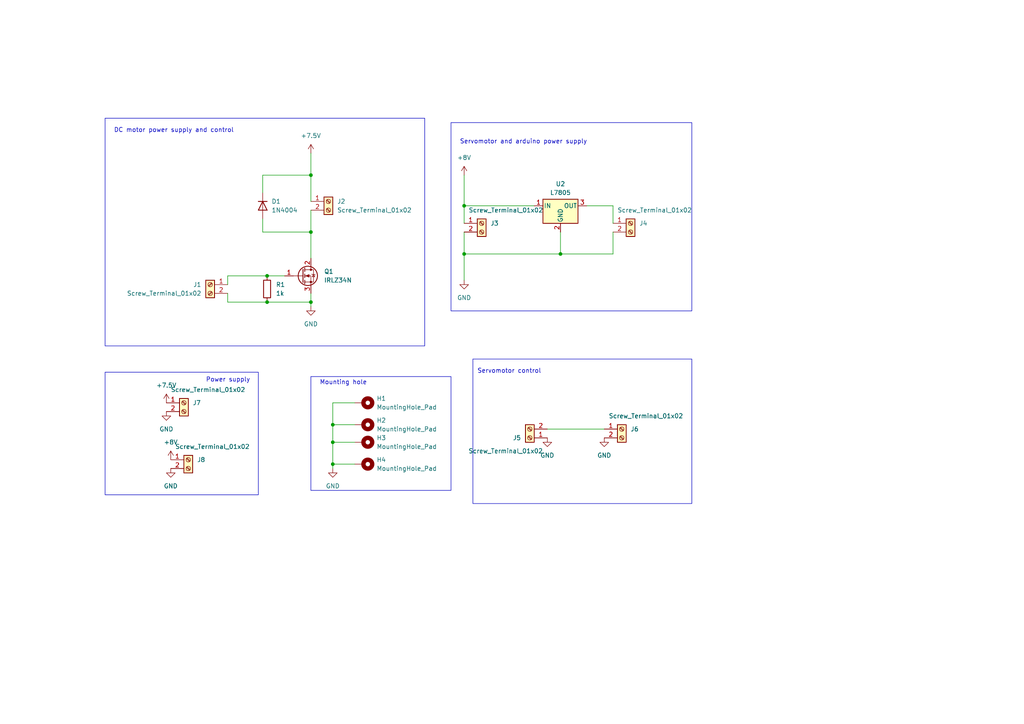
<source format=kicad_sch>
(kicad_sch (version 20230121) (generator eeschema)

  (uuid 0ceaef28-7eb6-48cc-a898-1e33809717c4)

  (paper "A4")

  (lib_symbols
    (symbol "Connector:Screw_Terminal_01x02" (pin_names (offset 1.016) hide) (in_bom yes) (on_board yes)
      (property "Reference" "J" (at 0 2.54 0)
        (effects (font (size 1.27 1.27)))
      )
      (property "Value" "Screw_Terminal_01x02" (at 0 -5.08 0)
        (effects (font (size 1.27 1.27)))
      )
      (property "Footprint" "" (at 0 0 0)
        (effects (font (size 1.27 1.27)) hide)
      )
      (property "Datasheet" "~" (at 0 0 0)
        (effects (font (size 1.27 1.27)) hide)
      )
      (property "ki_keywords" "screw terminal" (at 0 0 0)
        (effects (font (size 1.27 1.27)) hide)
      )
      (property "ki_description" "Generic screw terminal, single row, 01x02, script generated (kicad-library-utils/schlib/autogen/connector/)" (at 0 0 0)
        (effects (font (size 1.27 1.27)) hide)
      )
      (property "ki_fp_filters" "TerminalBlock*:*" (at 0 0 0)
        (effects (font (size 1.27 1.27)) hide)
      )
      (symbol "Screw_Terminal_01x02_1_1"
        (rectangle (start -1.27 1.27) (end 1.27 -3.81)
          (stroke (width 0.254) (type default))
          (fill (type background))
        )
        (circle (center 0 -2.54) (radius 0.635)
          (stroke (width 0.1524) (type default))
          (fill (type none))
        )
        (polyline
          (pts
            (xy -0.5334 -2.2098)
            (xy 0.3302 -3.048)
          )
          (stroke (width 0.1524) (type default))
          (fill (type none))
        )
        (polyline
          (pts
            (xy -0.5334 0.3302)
            (xy 0.3302 -0.508)
          )
          (stroke (width 0.1524) (type default))
          (fill (type none))
        )
        (polyline
          (pts
            (xy -0.3556 -2.032)
            (xy 0.508 -2.8702)
          )
          (stroke (width 0.1524) (type default))
          (fill (type none))
        )
        (polyline
          (pts
            (xy -0.3556 0.508)
            (xy 0.508 -0.3302)
          )
          (stroke (width 0.1524) (type default))
          (fill (type none))
        )
        (circle (center 0 0) (radius 0.635)
          (stroke (width 0.1524) (type default))
          (fill (type none))
        )
        (pin passive line (at -5.08 0 0) (length 3.81)
          (name "Pin_1" (effects (font (size 1.27 1.27))))
          (number "1" (effects (font (size 1.27 1.27))))
        )
        (pin passive line (at -5.08 -2.54 0) (length 3.81)
          (name "Pin_2" (effects (font (size 1.27 1.27))))
          (number "2" (effects (font (size 1.27 1.27))))
        )
      )
    )
    (symbol "Device:R" (pin_numbers hide) (pin_names (offset 0)) (in_bom yes) (on_board yes)
      (property "Reference" "R" (at 2.032 0 90)
        (effects (font (size 1.27 1.27)))
      )
      (property "Value" "R" (at 0 0 90)
        (effects (font (size 1.27 1.27)))
      )
      (property "Footprint" "" (at -1.778 0 90)
        (effects (font (size 1.27 1.27)) hide)
      )
      (property "Datasheet" "~" (at 0 0 0)
        (effects (font (size 1.27 1.27)) hide)
      )
      (property "ki_keywords" "R res resistor" (at 0 0 0)
        (effects (font (size 1.27 1.27)) hide)
      )
      (property "ki_description" "Resistor" (at 0 0 0)
        (effects (font (size 1.27 1.27)) hide)
      )
      (property "ki_fp_filters" "R_*" (at 0 0 0)
        (effects (font (size 1.27 1.27)) hide)
      )
      (symbol "R_0_1"
        (rectangle (start -1.016 -2.54) (end 1.016 2.54)
          (stroke (width 0.254) (type default))
          (fill (type none))
        )
      )
      (symbol "R_1_1"
        (pin passive line (at 0 3.81 270) (length 1.27)
          (name "~" (effects (font (size 1.27 1.27))))
          (number "1" (effects (font (size 1.27 1.27))))
        )
        (pin passive line (at 0 -3.81 90) (length 1.27)
          (name "~" (effects (font (size 1.27 1.27))))
          (number "2" (effects (font (size 1.27 1.27))))
        )
      )
    )
    (symbol "Diode:1N4004" (pin_numbers hide) (pin_names hide) (in_bom yes) (on_board yes)
      (property "Reference" "D" (at 0 2.54 0)
        (effects (font (size 1.27 1.27)))
      )
      (property "Value" "1N4004" (at 0 -2.54 0)
        (effects (font (size 1.27 1.27)))
      )
      (property "Footprint" "Diode_THT:D_DO-41_SOD81_P10.16mm_Horizontal" (at 0 -4.445 0)
        (effects (font (size 1.27 1.27)) hide)
      )
      (property "Datasheet" "http://www.vishay.com/docs/88503/1n4001.pdf" (at 0 0 0)
        (effects (font (size 1.27 1.27)) hide)
      )
      (property "Sim.Device" "D" (at 0 0 0)
        (effects (font (size 1.27 1.27)) hide)
      )
      (property "Sim.Pins" "1=K 2=A" (at 0 0 0)
        (effects (font (size 1.27 1.27)) hide)
      )
      (property "ki_keywords" "diode" (at 0 0 0)
        (effects (font (size 1.27 1.27)) hide)
      )
      (property "ki_description" "400V 1A General Purpose Rectifier Diode, DO-41" (at 0 0 0)
        (effects (font (size 1.27 1.27)) hide)
      )
      (property "ki_fp_filters" "D*DO?41*" (at 0 0 0)
        (effects (font (size 1.27 1.27)) hide)
      )
      (symbol "1N4004_0_1"
        (polyline
          (pts
            (xy -1.27 1.27)
            (xy -1.27 -1.27)
          )
          (stroke (width 0.254) (type default))
          (fill (type none))
        )
        (polyline
          (pts
            (xy 1.27 0)
            (xy -1.27 0)
          )
          (stroke (width 0) (type default))
          (fill (type none))
        )
        (polyline
          (pts
            (xy 1.27 1.27)
            (xy 1.27 -1.27)
            (xy -1.27 0)
            (xy 1.27 1.27)
          )
          (stroke (width 0.254) (type default))
          (fill (type none))
        )
      )
      (symbol "1N4004_1_1"
        (pin passive line (at -3.81 0 0) (length 2.54)
          (name "K" (effects (font (size 1.27 1.27))))
          (number "1" (effects (font (size 1.27 1.27))))
        )
        (pin passive line (at 3.81 0 180) (length 2.54)
          (name "A" (effects (font (size 1.27 1.27))))
          (number "2" (effects (font (size 1.27 1.27))))
        )
      )
    )
    (symbol "Mechanical:MountingHole_Pad" (pin_numbers hide) (pin_names (offset 1.016) hide) (in_bom yes) (on_board yes)
      (property "Reference" "H" (at 0 6.35 0)
        (effects (font (size 1.27 1.27)))
      )
      (property "Value" "MountingHole_Pad" (at 0 4.445 0)
        (effects (font (size 1.27 1.27)))
      )
      (property "Footprint" "" (at 0 0 0)
        (effects (font (size 1.27 1.27)) hide)
      )
      (property "Datasheet" "~" (at 0 0 0)
        (effects (font (size 1.27 1.27)) hide)
      )
      (property "ki_keywords" "mounting hole" (at 0 0 0)
        (effects (font (size 1.27 1.27)) hide)
      )
      (property "ki_description" "Mounting Hole with connection" (at 0 0 0)
        (effects (font (size 1.27 1.27)) hide)
      )
      (property "ki_fp_filters" "MountingHole*Pad*" (at 0 0 0)
        (effects (font (size 1.27 1.27)) hide)
      )
      (symbol "MountingHole_Pad_0_1"
        (circle (center 0 1.27) (radius 1.27)
          (stroke (width 1.27) (type default))
          (fill (type none))
        )
      )
      (symbol "MountingHole_Pad_1_1"
        (pin input line (at 0 -2.54 90) (length 2.54)
          (name "1" (effects (font (size 1.27 1.27))))
          (number "1" (effects (font (size 1.27 1.27))))
        )
      )
    )
    (symbol "Regulator_Linear:L7805" (pin_names (offset 0.254)) (in_bom yes) (on_board yes)
      (property "Reference" "U" (at -3.81 3.175 0)
        (effects (font (size 1.27 1.27)))
      )
      (property "Value" "L7805" (at 0 3.175 0)
        (effects (font (size 1.27 1.27)) (justify left))
      )
      (property "Footprint" "" (at 0.635 -3.81 0)
        (effects (font (size 1.27 1.27) italic) (justify left) hide)
      )
      (property "Datasheet" "http://www.st.com/content/ccc/resource/technical/document/datasheet/41/4f/b3/b0/12/d4/47/88/CD00000444.pdf/files/CD00000444.pdf/jcr:content/translations/en.CD00000444.pdf" (at 0 -1.27 0)
        (effects (font (size 1.27 1.27)) hide)
      )
      (property "ki_keywords" "Voltage Regulator 1.5A Positive" (at 0 0 0)
        (effects (font (size 1.27 1.27)) hide)
      )
      (property "ki_description" "Positive 1.5A 35V Linear Regulator, Fixed Output 5V, TO-220/TO-263/TO-252" (at 0 0 0)
        (effects (font (size 1.27 1.27)) hide)
      )
      (property "ki_fp_filters" "TO?252* TO?263* TO?220*" (at 0 0 0)
        (effects (font (size 1.27 1.27)) hide)
      )
      (symbol "L7805_0_1"
        (rectangle (start -5.08 1.905) (end 5.08 -5.08)
          (stroke (width 0.254) (type default))
          (fill (type background))
        )
      )
      (symbol "L7805_1_1"
        (pin power_in line (at -7.62 0 0) (length 2.54)
          (name "IN" (effects (font (size 1.27 1.27))))
          (number "1" (effects (font (size 1.27 1.27))))
        )
        (pin power_in line (at 0 -7.62 90) (length 2.54)
          (name "GND" (effects (font (size 1.27 1.27))))
          (number "2" (effects (font (size 1.27 1.27))))
        )
        (pin power_out line (at 7.62 0 180) (length 2.54)
          (name "OUT" (effects (font (size 1.27 1.27))))
          (number "3" (effects (font (size 1.27 1.27))))
        )
      )
    )
    (symbol "Transistor_FET:IRLZ34N" (pin_names hide) (in_bom yes) (on_board yes)
      (property "Reference" "Q" (at 6.35 1.905 0)
        (effects (font (size 1.27 1.27)) (justify left))
      )
      (property "Value" "IRLZ34N" (at 6.35 0 0)
        (effects (font (size 1.27 1.27)) (justify left))
      )
      (property "Footprint" "Package_TO_SOT_THT:TO-220-3_Vertical" (at 6.35 -1.905 0)
        (effects (font (size 1.27 1.27) italic) (justify left) hide)
      )
      (property "Datasheet" "http://www.infineon.com/dgdl/irlz34npbf.pdf?fileId=5546d462533600a40153567206892720" (at 0 0 0)
        (effects (font (size 1.27 1.27)) (justify left) hide)
      )
      (property "ki_keywords" "N-Channel HEXFET MOSFET Logic-Level" (at 0 0 0)
        (effects (font (size 1.27 1.27)) hide)
      )
      (property "ki_description" "30A Id, 55V Vds, 35mOhm Rds, N-Channel HEXFET Power MOSFET, TO-220AB" (at 0 0 0)
        (effects (font (size 1.27 1.27)) hide)
      )
      (property "ki_fp_filters" "TO?220*" (at 0 0 0)
        (effects (font (size 1.27 1.27)) hide)
      )
      (symbol "IRLZ34N_0_1"
        (polyline
          (pts
            (xy 0.254 0)
            (xy -2.54 0)
          )
          (stroke (width 0) (type default))
          (fill (type none))
        )
        (polyline
          (pts
            (xy 0.254 1.905)
            (xy 0.254 -1.905)
          )
          (stroke (width 0.254) (type default))
          (fill (type none))
        )
        (polyline
          (pts
            (xy 0.762 -1.27)
            (xy 0.762 -2.286)
          )
          (stroke (width 0.254) (type default))
          (fill (type none))
        )
        (polyline
          (pts
            (xy 0.762 0.508)
            (xy 0.762 -0.508)
          )
          (stroke (width 0.254) (type default))
          (fill (type none))
        )
        (polyline
          (pts
            (xy 0.762 2.286)
            (xy 0.762 1.27)
          )
          (stroke (width 0.254) (type default))
          (fill (type none))
        )
        (polyline
          (pts
            (xy 2.54 2.54)
            (xy 2.54 1.778)
          )
          (stroke (width 0) (type default))
          (fill (type none))
        )
        (polyline
          (pts
            (xy 2.54 -2.54)
            (xy 2.54 0)
            (xy 0.762 0)
          )
          (stroke (width 0) (type default))
          (fill (type none))
        )
        (polyline
          (pts
            (xy 0.762 -1.778)
            (xy 3.302 -1.778)
            (xy 3.302 1.778)
            (xy 0.762 1.778)
          )
          (stroke (width 0) (type default))
          (fill (type none))
        )
        (polyline
          (pts
            (xy 1.016 0)
            (xy 2.032 0.381)
            (xy 2.032 -0.381)
            (xy 1.016 0)
          )
          (stroke (width 0) (type default))
          (fill (type outline))
        )
        (polyline
          (pts
            (xy 2.794 0.508)
            (xy 2.921 0.381)
            (xy 3.683 0.381)
            (xy 3.81 0.254)
          )
          (stroke (width 0) (type default))
          (fill (type none))
        )
        (polyline
          (pts
            (xy 3.302 0.381)
            (xy 2.921 -0.254)
            (xy 3.683 -0.254)
            (xy 3.302 0.381)
          )
          (stroke (width 0) (type default))
          (fill (type none))
        )
        (circle (center 1.651 0) (radius 2.794)
          (stroke (width 0.254) (type default))
          (fill (type none))
        )
        (circle (center 2.54 -1.778) (radius 0.254)
          (stroke (width 0) (type default))
          (fill (type outline))
        )
        (circle (center 2.54 1.778) (radius 0.254)
          (stroke (width 0) (type default))
          (fill (type outline))
        )
      )
      (symbol "IRLZ34N_1_1"
        (pin input line (at -5.08 0 0) (length 2.54)
          (name "G" (effects (font (size 1.27 1.27))))
          (number "1" (effects (font (size 1.27 1.27))))
        )
        (pin passive line (at 2.54 5.08 270) (length 2.54)
          (name "D" (effects (font (size 1.27 1.27))))
          (number "2" (effects (font (size 1.27 1.27))))
        )
        (pin passive line (at 2.54 -5.08 90) (length 2.54)
          (name "S" (effects (font (size 1.27 1.27))))
          (number "3" (effects (font (size 1.27 1.27))))
        )
      )
    )
    (symbol "power:+7.5V" (power) (pin_names (offset 0)) (in_bom yes) (on_board yes)
      (property "Reference" "#PWR" (at 0 -3.81 0)
        (effects (font (size 1.27 1.27)) hide)
      )
      (property "Value" "+7.5V" (at 0 3.556 0)
        (effects (font (size 1.27 1.27)))
      )
      (property "Footprint" "" (at 0 0 0)
        (effects (font (size 1.27 1.27)) hide)
      )
      (property "Datasheet" "" (at 0 0 0)
        (effects (font (size 1.27 1.27)) hide)
      )
      (property "ki_keywords" "global power" (at 0 0 0)
        (effects (font (size 1.27 1.27)) hide)
      )
      (property "ki_description" "Power symbol creates a global label with name \"+7.5V\"" (at 0 0 0)
        (effects (font (size 1.27 1.27)) hide)
      )
      (symbol "+7.5V_0_1"
        (polyline
          (pts
            (xy -0.762 1.27)
            (xy 0 2.54)
          )
          (stroke (width 0) (type default))
          (fill (type none))
        )
        (polyline
          (pts
            (xy 0 0)
            (xy 0 2.54)
          )
          (stroke (width 0) (type default))
          (fill (type none))
        )
        (polyline
          (pts
            (xy 0 2.54)
            (xy 0.762 1.27)
          )
          (stroke (width 0) (type default))
          (fill (type none))
        )
      )
      (symbol "+7.5V_1_1"
        (pin power_in line (at 0 0 90) (length 0) hide
          (name "+7.5V" (effects (font (size 1.27 1.27))))
          (number "1" (effects (font (size 1.27 1.27))))
        )
      )
    )
    (symbol "power:+8V" (power) (pin_names (offset 0)) (in_bom yes) (on_board yes)
      (property "Reference" "#PWR" (at 0 -3.81 0)
        (effects (font (size 1.27 1.27)) hide)
      )
      (property "Value" "+8V" (at 0 3.556 0)
        (effects (font (size 1.27 1.27)))
      )
      (property "Footprint" "" (at 0 0 0)
        (effects (font (size 1.27 1.27)) hide)
      )
      (property "Datasheet" "" (at 0 0 0)
        (effects (font (size 1.27 1.27)) hide)
      )
      (property "ki_keywords" "global power" (at 0 0 0)
        (effects (font (size 1.27 1.27)) hide)
      )
      (property "ki_description" "Power symbol creates a global label with name \"+8V\"" (at 0 0 0)
        (effects (font (size 1.27 1.27)) hide)
      )
      (symbol "+8V_0_1"
        (polyline
          (pts
            (xy -0.762 1.27)
            (xy 0 2.54)
          )
          (stroke (width 0) (type default))
          (fill (type none))
        )
        (polyline
          (pts
            (xy 0 0)
            (xy 0 2.54)
          )
          (stroke (width 0) (type default))
          (fill (type none))
        )
        (polyline
          (pts
            (xy 0 2.54)
            (xy 0.762 1.27)
          )
          (stroke (width 0) (type default))
          (fill (type none))
        )
      )
      (symbol "+8V_1_1"
        (pin power_in line (at 0 0 90) (length 0) hide
          (name "+8V" (effects (font (size 1.27 1.27))))
          (number "1" (effects (font (size 1.27 1.27))))
        )
      )
    )
    (symbol "power:GND" (power) (pin_names (offset 0)) (in_bom yes) (on_board yes)
      (property "Reference" "#PWR" (at 0 -6.35 0)
        (effects (font (size 1.27 1.27)) hide)
      )
      (property "Value" "GND" (at 0 -3.81 0)
        (effects (font (size 1.27 1.27)))
      )
      (property "Footprint" "" (at 0 0 0)
        (effects (font (size 1.27 1.27)) hide)
      )
      (property "Datasheet" "" (at 0 0 0)
        (effects (font (size 1.27 1.27)) hide)
      )
      (property "ki_keywords" "global power" (at 0 0 0)
        (effects (font (size 1.27 1.27)) hide)
      )
      (property "ki_description" "Power symbol creates a global label with name \"GND\" , ground" (at 0 0 0)
        (effects (font (size 1.27 1.27)) hide)
      )
      (symbol "GND_0_1"
        (polyline
          (pts
            (xy 0 0)
            (xy 0 -1.27)
            (xy 1.27 -1.27)
            (xy 0 -2.54)
            (xy -1.27 -1.27)
            (xy 0 -1.27)
          )
          (stroke (width 0) (type default))
          (fill (type none))
        )
      )
      (symbol "GND_1_1"
        (pin power_in line (at 0 0 270) (length 0) hide
          (name "GND" (effects (font (size 1.27 1.27))))
          (number "1" (effects (font (size 1.27 1.27))))
        )
      )
    )
  )

  (junction (at 90.17 67.31) (diameter 0) (color 0 0 0 0)
    (uuid 01b34426-2000-40f9-984e-f6b6c48f5774)
  )
  (junction (at 96.52 134.62) (diameter 0) (color 0 0 0 0)
    (uuid 22ab515e-a528-4923-8b7d-699a8e406e75)
  )
  (junction (at 77.47 80.01) (diameter 0) (color 0 0 0 0)
    (uuid 39be5481-25e7-48b9-890f-824221a37613)
  )
  (junction (at 90.17 87.63) (diameter 0) (color 0 0 0 0)
    (uuid 3d268894-2b69-4a68-9ca9-2892205823b1)
  )
  (junction (at 134.62 59.69) (diameter 0) (color 0 0 0 0)
    (uuid 6fa45762-2288-4ed7-8948-c19f8f7886bc)
  )
  (junction (at 77.47 87.63) (diameter 0) (color 0 0 0 0)
    (uuid 8c256a89-76e5-46e4-ab0a-ef5e29e5ca18)
  )
  (junction (at 90.17 50.8) (diameter 0) (color 0 0 0 0)
    (uuid 98dd5f38-f49d-44c9-a6a1-db87489a94dc)
  )
  (junction (at 134.62 73.66) (diameter 0) (color 0 0 0 0)
    (uuid b503d0f8-2ea3-457a-af1c-bcae9d799a2d)
  )
  (junction (at 96.52 123.19) (diameter 0) (color 0 0 0 0)
    (uuid c32a6608-517d-41b1-bd2d-beda9c6d00ea)
  )
  (junction (at 162.56 73.66) (diameter 0) (color 0 0 0 0)
    (uuid c5269283-16d0-4500-bda5-b4e9f947c332)
  )
  (junction (at 96.52 128.27) (diameter 0) (color 0 0 0 0)
    (uuid cad90400-7f45-4976-abd2-e7a827c9e4c6)
  )

  (wire (pts (xy 77.47 87.63) (xy 90.17 87.63))
    (stroke (width 0) (type default))
    (uuid 08091882-f3db-4b14-9d6d-38c79d5ee847)
  )
  (wire (pts (xy 170.18 59.69) (xy 177.8 59.69))
    (stroke (width 0) (type default))
    (uuid 29e82139-2997-41a3-8a6e-73effc16d029)
  )
  (wire (pts (xy 134.62 50.8) (xy 134.62 59.69))
    (stroke (width 0) (type default))
    (uuid 2ac54702-fe19-4a50-b85e-9ac8183d79de)
  )
  (wire (pts (xy 102.87 128.27) (xy 96.52 128.27))
    (stroke (width 0) (type default))
    (uuid 2b676ef0-3e9a-443c-a6f9-74b3e7c93faf)
  )
  (wire (pts (xy 96.52 116.84) (xy 96.52 123.19))
    (stroke (width 0) (type default))
    (uuid 3150fd92-e05d-4dd0-a365-b17a3c65ae61)
  )
  (wire (pts (xy 77.47 80.01) (xy 82.55 80.01))
    (stroke (width 0) (type default))
    (uuid 34696d7a-68d5-4a2a-add8-d57082966ae7)
  )
  (wire (pts (xy 66.04 87.63) (xy 66.04 85.09))
    (stroke (width 0) (type default))
    (uuid 44a88baf-0c50-42c4-aad4-a6c59c485e47)
  )
  (wire (pts (xy 90.17 44.45) (xy 90.17 50.8))
    (stroke (width 0) (type default))
    (uuid 45c31057-88b1-46a2-82cf-f3ef6e5f773e)
  )
  (wire (pts (xy 66.04 82.55) (xy 66.04 80.01))
    (stroke (width 0) (type default))
    (uuid 4de89bff-4f09-4483-8bdb-0ae6d8cc1063)
  )
  (wire (pts (xy 76.2 50.8) (xy 76.2 55.88))
    (stroke (width 0) (type default))
    (uuid 5da8797a-e318-4070-99db-0968c93eb302)
  )
  (wire (pts (xy 162.56 67.31) (xy 162.56 73.66))
    (stroke (width 0) (type default))
    (uuid 692bac5c-b9ed-4f31-b180-e2c25a6cab70)
  )
  (wire (pts (xy 76.2 67.31) (xy 90.17 67.31))
    (stroke (width 0) (type default))
    (uuid 746f9cf9-85d8-4590-b2ef-7adb45808268)
  )
  (wire (pts (xy 66.04 80.01) (xy 77.47 80.01))
    (stroke (width 0) (type default))
    (uuid 7f2292a6-cb9c-4e0e-87c4-4343f71f8df8)
  )
  (wire (pts (xy 102.87 116.84) (xy 96.52 116.84))
    (stroke (width 0) (type default))
    (uuid 80ecddd7-28a0-4472-bb52-493a40172f53)
  )
  (wire (pts (xy 90.17 87.63) (xy 90.17 85.09))
    (stroke (width 0) (type default))
    (uuid 81c33dab-ee68-436f-9428-5ea1dfa31f3c)
  )
  (wire (pts (xy 102.87 123.19) (xy 96.52 123.19))
    (stroke (width 0) (type default))
    (uuid 8946353c-5e4e-45ec-bec6-9447d822aadc)
  )
  (wire (pts (xy 96.52 134.62) (xy 102.87 134.62))
    (stroke (width 0) (type default))
    (uuid 8f084cee-514c-4c0f-a40b-b760d823697a)
  )
  (wire (pts (xy 177.8 67.31) (xy 177.8 73.66))
    (stroke (width 0) (type default))
    (uuid 9e1ace4b-8d7b-4a7c-8bbd-21ff31a160a8)
  )
  (wire (pts (xy 90.17 60.96) (xy 90.17 67.31))
    (stroke (width 0) (type default))
    (uuid 9eb6187e-e20f-4de4-9f19-5ac3cc103b1f)
  )
  (wire (pts (xy 96.52 134.62) (xy 96.52 135.89))
    (stroke (width 0) (type default))
    (uuid a2ce86a8-0b38-499c-8bea-d42491a243e3)
  )
  (wire (pts (xy 134.62 73.66) (xy 134.62 67.31))
    (stroke (width 0) (type default))
    (uuid a45e5845-15d2-4b2b-bda6-b13425c68cfa)
  )
  (wire (pts (xy 76.2 63.5) (xy 76.2 67.31))
    (stroke (width 0) (type default))
    (uuid a6118528-5459-467b-ae26-fa456e3237ed)
  )
  (wire (pts (xy 134.62 59.69) (xy 154.94 59.69))
    (stroke (width 0) (type default))
    (uuid a723a24f-3d05-419e-82fd-63b5846f2ece)
  )
  (wire (pts (xy 90.17 87.63) (xy 90.17 88.9))
    (stroke (width 0) (type default))
    (uuid ae0e971f-a06e-4af8-b5fd-db8bc10e8430)
  )
  (wire (pts (xy 177.8 59.69) (xy 177.8 64.77))
    (stroke (width 0) (type default))
    (uuid b4e8db80-eddd-4282-8bb1-7a7ce23ac4c5)
  )
  (wire (pts (xy 134.62 59.69) (xy 134.62 64.77))
    (stroke (width 0) (type default))
    (uuid bda732bf-a23a-45c6-a506-35333604feb0)
  )
  (wire (pts (xy 158.75 124.46) (xy 175.26 124.46))
    (stroke (width 0) (type default))
    (uuid bf9ecfcd-9194-43f9-8da4-495072fa0349)
  )
  (wire (pts (xy 96.52 123.19) (xy 96.52 128.27))
    (stroke (width 0) (type default))
    (uuid c3e74585-5a7d-4f66-aa28-063809205582)
  )
  (wire (pts (xy 134.62 73.66) (xy 162.56 73.66))
    (stroke (width 0) (type default))
    (uuid d471d095-8fa3-4bb8-8adb-1ac968408a0d)
  )
  (wire (pts (xy 66.04 87.63) (xy 77.47 87.63))
    (stroke (width 0) (type default))
    (uuid dbe8feaf-1bb3-4ec7-aa8b-d1d28b5c9978)
  )
  (wire (pts (xy 177.8 73.66) (xy 162.56 73.66))
    (stroke (width 0) (type default))
    (uuid dcc217de-7402-4c5c-903a-51578a5fdd4b)
  )
  (wire (pts (xy 134.62 73.66) (xy 134.62 81.28))
    (stroke (width 0) (type default))
    (uuid edb3cdfd-3383-48c8-b2cf-059708fba9d0)
  )
  (wire (pts (xy 90.17 50.8) (xy 90.17 58.42))
    (stroke (width 0) (type default))
    (uuid f616a70d-63ea-497c-ab9f-b345c991fc14)
  )
  (wire (pts (xy 90.17 50.8) (xy 76.2 50.8))
    (stroke (width 0) (type default))
    (uuid f8cd4559-df90-404d-b6ca-8a3398d40e3e)
  )
  (wire (pts (xy 96.52 128.27) (xy 96.52 134.62))
    (stroke (width 0) (type default))
    (uuid fcdfc7f8-ca48-49ab-b93e-88287621a0e1)
  )
  (wire (pts (xy 90.17 67.31) (xy 90.17 74.93))
    (stroke (width 0) (type default))
    (uuid fdfb0819-86ce-410a-a5a7-8fca65466413)
  )

  (rectangle (start 137.16 104.14) (end 200.66 146.05)
    (stroke (width 0) (type default))
    (fill (type none))
    (uuid 07e2532f-d28b-4b21-938d-8504ab81ccc8)
  )
  (rectangle (start 90.17 109.22) (end 130.81 142.24)
    (stroke (width 0) (type default))
    (fill (type none))
    (uuid 7237296f-f7c4-40af-bc8a-6e06fdb8eedc)
  )
  (rectangle (start 130.81 35.56) (end 200.66 90.17)
    (stroke (width 0) (type default))
    (fill (type none))
    (uuid 79da8350-5c01-44cb-84f7-0407a68d0ae1)
  )
  (rectangle (start 30.48 34.29) (end 123.19 100.33)
    (stroke (width 0) (type default))
    (fill (type none))
    (uuid 9b724ebd-50c4-42d0-8c68-e8b5135dd324)
  )
  (rectangle (start 30.48 107.95) (end 74.93 143.51)
    (stroke (width 0) (type default))
    (fill (type none))
    (uuid b8b03306-e64f-49d8-822b-932f94fdb016)
  )

  (text "Servomotor control\n\n" (at 138.43 110.49 0)
    (effects (font (size 1.27 1.27)) (justify left bottom))
    (uuid 0499a62b-7038-4ccd-9e9e-f73289145fbd)
  )
  (text "DC motor power supply and control \n " (at 33.02 40.64 0)
    (effects (font (size 1.27 1.27)) (justify left bottom))
    (uuid 4140104f-63d6-4588-a450-32c7144d6608)
  )
  (text "Power supply\n\n" (at 59.69 113.03 0)
    (effects (font (size 1.27 1.27)) (justify left bottom))
    (uuid 56ef9f7c-5803-4e2a-a787-61419a0f9515)
  )
  (text "Mounting hole" (at 92.71 111.76 0)
    (effects (font (size 1.27 1.27)) (justify left bottom))
    (uuid c3717de3-1bfb-4653-89c8-c75067ad4b63)
  )
  (text "Servomotor and arduino power supply\n" (at 133.35 41.91 0)
    (effects (font (size 1.27 1.27)) (justify left bottom))
    (uuid d3ac9684-02ef-4dc9-9d66-e55e3549151d)
  )

  (symbol (lib_id "Mechanical:MountingHole_Pad") (at 105.41 128.27 270) (unit 1)
    (in_bom yes) (on_board yes) (dnp no) (fields_autoplaced)
    (uuid 1afc880f-5333-4173-9bca-e65cb8441917)
    (property "Reference" "H3" (at 109.22 127 90)
      (effects (font (size 1.27 1.27)) (justify left))
    )
    (property "Value" "MountingHole_Pad" (at 109.22 129.54 90)
      (effects (font (size 1.27 1.27)) (justify left))
    )
    (property "Footprint" "MountingHole:MountingHole_3.2mm_M3_DIN965_Pad" (at 105.41 128.27 0)
      (effects (font (size 1.27 1.27)) hide)
    )
    (property "Datasheet" "~" (at 105.41 128.27 0)
      (effects (font (size 1.27 1.27)) hide)
    )
    (pin "1" (uuid e43a1414-89b1-4eb2-a107-634651f637b5))
    (instances
      (project "PCBAdas"
        (path "/0ceaef28-7eb6-48cc-a898-1e33809717c4"
          (reference "H3") (unit 1)
        )
      )
    )
  )

  (symbol (lib_id "power:GND") (at 49.53 135.89 0) (unit 1)
    (in_bom yes) (on_board yes) (dnp no) (fields_autoplaced)
    (uuid 1d08e84e-c8af-42c4-ba62-19454f17a3b3)
    (property "Reference" "#PWR06" (at 49.53 142.24 0)
      (effects (font (size 1.27 1.27)) hide)
    )
    (property "Value" "GND" (at 49.53 140.97 0)
      (effects (font (size 1.27 1.27)))
    )
    (property "Footprint" "" (at 49.53 135.89 0)
      (effects (font (size 1.27 1.27)) hide)
    )
    (property "Datasheet" "" (at 49.53 135.89 0)
      (effects (font (size 1.27 1.27)) hide)
    )
    (pin "1" (uuid df4422cd-48f4-4e46-87e5-47015a5fb04c))
    (instances
      (project "PCBAdas"
        (path "/0ceaef28-7eb6-48cc-a898-1e33809717c4"
          (reference "#PWR06") (unit 1)
        )
      )
    )
  )

  (symbol (lib_id "power:+8V") (at 134.62 50.8 0) (unit 1)
    (in_bom yes) (on_board yes) (dnp no) (fields_autoplaced)
    (uuid 2fd3d757-624d-4da7-8f29-5cac83ea3a39)
    (property "Reference" "#PWR03" (at 134.62 54.61 0)
      (effects (font (size 1.27 1.27)) hide)
    )
    (property "Value" "+8V" (at 134.62 45.72 0)
      (effects (font (size 1.27 1.27)))
    )
    (property "Footprint" "" (at 134.62 50.8 0)
      (effects (font (size 1.27 1.27)) hide)
    )
    (property "Datasheet" "" (at 134.62 50.8 0)
      (effects (font (size 1.27 1.27)) hide)
    )
    (pin "1" (uuid ec0c2973-b671-4124-bf60-962fc0e972f0))
    (instances
      (project "PCBAdas"
        (path "/0ceaef28-7eb6-48cc-a898-1e33809717c4"
          (reference "#PWR03") (unit 1)
        )
      )
    )
  )

  (symbol (lib_id "Connector:Screw_Terminal_01x02") (at 139.7 64.77 0) (unit 1)
    (in_bom yes) (on_board yes) (dnp no)
    (uuid 3712f4d0-c3b9-45d5-a600-15e91e60f7f7)
    (property "Reference" "J3" (at 142.24 64.77 0)
      (effects (font (size 1.27 1.27)) (justify left))
    )
    (property "Value" "Screw_Terminal_01x02" (at 135.89 60.96 0)
      (effects (font (size 1.27 1.27)) (justify left))
    )
    (property "Footprint" "Terminal_Block_Screw:CONN_TB002-500-02BE_CUD" (at 139.7 64.77 0)
      (effects (font (size 1.27 1.27)) hide)
    )
    (property "Datasheet" "~" (at 139.7 64.77 0)
      (effects (font (size 1.27 1.27)) hide)
    )
    (pin "1" (uuid c5926b1f-c6be-4b2d-90c4-cb7b95a93e85))
    (pin "2" (uuid d008d201-efed-4c39-b107-482c2a4b5d8c))
    (instances
      (project "PCBAdas"
        (path "/0ceaef28-7eb6-48cc-a898-1e33809717c4"
          (reference "J3") (unit 1)
        )
      )
    )
  )

  (symbol (lib_id "Connector:Screw_Terminal_01x02") (at 53.34 116.84 0) (unit 1)
    (in_bom yes) (on_board yes) (dnp no)
    (uuid 4ade64fa-3660-462a-9058-d787f0ab77b6)
    (property "Reference" "J7" (at 55.88 116.84 0)
      (effects (font (size 1.27 1.27)) (justify left))
    )
    (property "Value" "Screw_Terminal_01x02" (at 49.53 113.03 0)
      (effects (font (size 1.27 1.27)) (justify left))
    )
    (property "Footprint" "Terminal_Block_Screw:CONN_TB002-500-02BE_CUD" (at 53.34 116.84 0)
      (effects (font (size 1.27 1.27)) hide)
    )
    (property "Datasheet" "~" (at 53.34 116.84 0)
      (effects (font (size 1.27 1.27)) hide)
    )
    (pin "1" (uuid 75f9cc5a-2daf-44d1-8fb2-05b1fa838b6e))
    (pin "2" (uuid 12ede737-3972-4160-b12c-5342d5b296b0))
    (instances
      (project "PCBAdas"
        (path "/0ceaef28-7eb6-48cc-a898-1e33809717c4"
          (reference "J7") (unit 1)
        )
      )
    )
  )

  (symbol (lib_id "Connector:Screw_Terminal_01x02") (at 54.61 133.35 0) (unit 1)
    (in_bom yes) (on_board yes) (dnp no)
    (uuid 4c526ed6-05ba-4757-8ecf-ffa89b897b4a)
    (property "Reference" "J8" (at 57.15 133.35 0)
      (effects (font (size 1.27 1.27)) (justify left))
    )
    (property "Value" "Screw_Terminal_01x02" (at 50.8 129.54 0)
      (effects (font (size 1.27 1.27)) (justify left))
    )
    (property "Footprint" "Terminal_Block_Screw:CONN_TB002-500-02BE_CUD" (at 54.61 133.35 0)
      (effects (font (size 1.27 1.27)) hide)
    )
    (property "Datasheet" "~" (at 54.61 133.35 0)
      (effects (font (size 1.27 1.27)) hide)
    )
    (pin "1" (uuid c24f5c59-9919-47f1-bc46-b8cc524a263b))
    (pin "2" (uuid a3da0e02-c53f-4daf-a2c7-e90b7922c87c))
    (instances
      (project "PCBAdas"
        (path "/0ceaef28-7eb6-48cc-a898-1e33809717c4"
          (reference "J8") (unit 1)
        )
      )
    )
  )

  (symbol (lib_id "Connector:Screw_Terminal_01x02") (at 95.25 58.42 0) (unit 1)
    (in_bom yes) (on_board yes) (dnp no) (fields_autoplaced)
    (uuid 4d0a8a5e-c5ea-42e4-af00-6e4653de0847)
    (property "Reference" "J2" (at 97.79 58.42 0)
      (effects (font (size 1.27 1.27)) (justify left))
    )
    (property "Value" "Screw_Terminal_01x02" (at 97.79 60.96 0)
      (effects (font (size 1.27 1.27)) (justify left))
    )
    (property "Footprint" "Terminal_Block_Screw:CONN_TB002-500-02BE_CUD" (at 95.25 58.42 0)
      (effects (font (size 1.27 1.27)) hide)
    )
    (property "Datasheet" "~" (at 95.25 58.42 0)
      (effects (font (size 1.27 1.27)) hide)
    )
    (pin "1" (uuid 9baf5b48-a18f-48bb-bf17-37436b287e84))
    (pin "2" (uuid 316c847a-6634-4883-bb06-4e59a109f24f))
    (instances
      (project "PCBAdas"
        (path "/0ceaef28-7eb6-48cc-a898-1e33809717c4"
          (reference "J2") (unit 1)
        )
      )
    )
  )

  (symbol (lib_id "power:+7.5V") (at 48.26 116.84 0) (unit 1)
    (in_bom yes) (on_board yes) (dnp no) (fields_autoplaced)
    (uuid 55312979-a3e4-464c-8487-4abb1729cd37)
    (property "Reference" "#PWR07" (at 48.26 120.65 0)
      (effects (font (size 1.27 1.27)) hide)
    )
    (property "Value" "+7.5V" (at 48.26 111.76 0)
      (effects (font (size 1.27 1.27)))
    )
    (property "Footprint" "" (at 48.26 116.84 0)
      (effects (font (size 1.27 1.27)) hide)
    )
    (property "Datasheet" "" (at 48.26 116.84 0)
      (effects (font (size 1.27 1.27)) hide)
    )
    (pin "1" (uuid 159f8e54-e6a0-4b05-bf77-5db5d4160859))
    (instances
      (project "PCBAdas"
        (path "/0ceaef28-7eb6-48cc-a898-1e33809717c4"
          (reference "#PWR07") (unit 1)
        )
      )
    )
  )

  (symbol (lib_id "Mechanical:MountingHole_Pad") (at 105.41 123.19 270) (unit 1)
    (in_bom yes) (on_board yes) (dnp no) (fields_autoplaced)
    (uuid 556bdecb-1acf-45f3-ac80-b7c50e6d684e)
    (property "Reference" "H2" (at 109.22 121.92 90)
      (effects (font (size 1.27 1.27)) (justify left))
    )
    (property "Value" "MountingHole_Pad" (at 109.22 124.46 90)
      (effects (font (size 1.27 1.27)) (justify left))
    )
    (property "Footprint" "MountingHole:MountingHole_3.2mm_M3_DIN965_Pad" (at 105.41 123.19 0)
      (effects (font (size 1.27 1.27)) hide)
    )
    (property "Datasheet" "~" (at 105.41 123.19 0)
      (effects (font (size 1.27 1.27)) hide)
    )
    (pin "1" (uuid 87b7b070-31df-435c-9e96-ba0d716a8d06))
    (instances
      (project "PCBAdas"
        (path "/0ceaef28-7eb6-48cc-a898-1e33809717c4"
          (reference "H2") (unit 1)
        )
      )
    )
  )

  (symbol (lib_id "power:GND") (at 48.26 119.38 0) (unit 1)
    (in_bom yes) (on_board yes) (dnp no) (fields_autoplaced)
    (uuid 587338aa-087e-4670-a587-90d8be1d768a)
    (property "Reference" "#PWR05" (at 48.26 125.73 0)
      (effects (font (size 1.27 1.27)) hide)
    )
    (property "Value" "GND" (at 48.26 124.46 0)
      (effects (font (size 1.27 1.27)))
    )
    (property "Footprint" "" (at 48.26 119.38 0)
      (effects (font (size 1.27 1.27)) hide)
    )
    (property "Datasheet" "" (at 48.26 119.38 0)
      (effects (font (size 1.27 1.27)) hide)
    )
    (pin "1" (uuid a847d97d-9e4a-418d-bdb3-c2924f80f263))
    (instances
      (project "PCBAdas"
        (path "/0ceaef28-7eb6-48cc-a898-1e33809717c4"
          (reference "#PWR05") (unit 1)
        )
      )
    )
  )

  (symbol (lib_id "power:GND") (at 175.26 127 0) (unit 1)
    (in_bom yes) (on_board yes) (dnp no) (fields_autoplaced)
    (uuid 5f571050-4a2a-4188-8d0e-efeef397ceb2)
    (property "Reference" "#PWR011" (at 175.26 133.35 0)
      (effects (font (size 1.27 1.27)) hide)
    )
    (property "Value" "GND" (at 175.26 132.08 0)
      (effects (font (size 1.27 1.27)))
    )
    (property "Footprint" "" (at 175.26 127 0)
      (effects (font (size 1.27 1.27)) hide)
    )
    (property "Datasheet" "" (at 175.26 127 0)
      (effects (font (size 1.27 1.27)) hide)
    )
    (pin "1" (uuid 88dc12aa-1f06-46c5-a371-abbeadfd65f5))
    (instances
      (project "PCBAdas"
        (path "/0ceaef28-7eb6-48cc-a898-1e33809717c4"
          (reference "#PWR011") (unit 1)
        )
      )
    )
  )

  (symbol (lib_id "Connector:Screw_Terminal_01x02") (at 153.67 127 180) (unit 1)
    (in_bom yes) (on_board yes) (dnp no)
    (uuid 6141b9d9-9c3f-42c8-ab77-6bc8f604fa79)
    (property "Reference" "J5" (at 151.13 127 0)
      (effects (font (size 1.27 1.27)) (justify left))
    )
    (property "Value" "Screw_Terminal_01x02" (at 157.48 130.81 0)
      (effects (font (size 1.27 1.27)) (justify left))
    )
    (property "Footprint" "Terminal_Block_Screw:CONN_TB002-500-02BE_CUD" (at 153.67 127 0)
      (effects (font (size 1.27 1.27)) hide)
    )
    (property "Datasheet" "~" (at 153.67 127 0)
      (effects (font (size 1.27 1.27)) hide)
    )
    (pin "1" (uuid f0adee24-70f5-4f0b-972b-ad72d3cc6a34))
    (pin "2" (uuid 0963a05f-ec28-47b1-89a6-40a9b499ae5c))
    (instances
      (project "PCBAdas"
        (path "/0ceaef28-7eb6-48cc-a898-1e33809717c4"
          (reference "J5") (unit 1)
        )
      )
    )
  )

  (symbol (lib_id "Connector:Screw_Terminal_01x02") (at 180.34 124.46 0) (unit 1)
    (in_bom yes) (on_board yes) (dnp no)
    (uuid 687d149c-ea32-428d-97ee-637add5da750)
    (property "Reference" "J6" (at 182.88 124.46 0)
      (effects (font (size 1.27 1.27)) (justify left))
    )
    (property "Value" "Screw_Terminal_01x02" (at 176.53 120.65 0)
      (effects (font (size 1.27 1.27)) (justify left))
    )
    (property "Footprint" "Terminal_Block_Screw:CONN_TB002-500-02BE_CUD" (at 180.34 124.46 0)
      (effects (font (size 1.27 1.27)) hide)
    )
    (property "Datasheet" "~" (at 180.34 124.46 0)
      (effects (font (size 1.27 1.27)) hide)
    )
    (pin "1" (uuid 616b823a-e986-49fc-a1e9-0b6db5cc5721))
    (pin "2" (uuid 8bb4e3a9-f1ff-46c6-95c0-d40bfe08491a))
    (instances
      (project "PCBAdas"
        (path "/0ceaef28-7eb6-48cc-a898-1e33809717c4"
          (reference "J6") (unit 1)
        )
      )
    )
  )

  (symbol (lib_id "Transistor_FET:IRLZ34N") (at 87.63 80.01 0) (unit 1)
    (in_bom yes) (on_board yes) (dnp no) (fields_autoplaced)
    (uuid 7b48eace-75b4-41d9-9bda-06a5990d00db)
    (property "Reference" "Q1" (at 93.98 78.74 0)
      (effects (font (size 1.27 1.27)) (justify left))
    )
    (property "Value" "IRLZ34N" (at 93.98 81.28 0)
      (effects (font (size 1.27 1.27)) (justify left))
    )
    (property "Footprint" "Package_TO_SOT_THT:TO-220-3_Vertical" (at 93.98 81.915 0)
      (effects (font (size 1.27 1.27) italic) (justify left) hide)
    )
    (property "Datasheet" "http://www.infineon.com/dgdl/irlz34npbf.pdf?fileId=5546d462533600a40153567206892720" (at 87.63 80.01 0)
      (effects (font (size 1.27 1.27)) (justify left) hide)
    )
    (pin "3" (uuid 86713508-d1c4-44a0-84bf-7ad0a369ef36))
    (pin "2" (uuid 72fba6a0-e58f-4074-8365-d23d3cea1e99))
    (pin "1" (uuid 2179de09-965a-4f64-9f33-34cb3eb09cd9))
    (instances
      (project "PCBAdas"
        (path "/0ceaef28-7eb6-48cc-a898-1e33809717c4"
          (reference "Q1") (unit 1)
        )
      )
    )
  )

  (symbol (lib_id "power:+7.5V") (at 90.17 44.45 0) (unit 1)
    (in_bom yes) (on_board yes) (dnp no) (fields_autoplaced)
    (uuid 7c2d9ac3-babc-40d1-bc98-d3e23b9f3d83)
    (property "Reference" "#PWR01" (at 90.17 48.26 0)
      (effects (font (size 1.27 1.27)) hide)
    )
    (property "Value" "+7.5V" (at 90.17 39.37 0)
      (effects (font (size 1.27 1.27)))
    )
    (property "Footprint" "" (at 90.17 44.45 0)
      (effects (font (size 1.27 1.27)) hide)
    )
    (property "Datasheet" "" (at 90.17 44.45 0)
      (effects (font (size 1.27 1.27)) hide)
    )
    (pin "1" (uuid 4291d1ef-89b9-4509-97e7-3e5eef3a5ba9))
    (instances
      (project "PCBAdas"
        (path "/0ceaef28-7eb6-48cc-a898-1e33809717c4"
          (reference "#PWR01") (unit 1)
        )
      )
    )
  )

  (symbol (lib_id "Mechanical:MountingHole_Pad") (at 105.41 134.62 270) (unit 1)
    (in_bom yes) (on_board yes) (dnp no) (fields_autoplaced)
    (uuid 7c6fde13-30fc-4596-a7e6-c1b632ec1f06)
    (property "Reference" "H4" (at 109.22 133.35 90)
      (effects (font (size 1.27 1.27)) (justify left))
    )
    (property "Value" "MountingHole_Pad" (at 109.22 135.89 90)
      (effects (font (size 1.27 1.27)) (justify left))
    )
    (property "Footprint" "MountingHole:MountingHole_3.2mm_M3_DIN965_Pad" (at 105.41 134.62 0)
      (effects (font (size 1.27 1.27)) hide)
    )
    (property "Datasheet" "~" (at 105.41 134.62 0)
      (effects (font (size 1.27 1.27)) hide)
    )
    (pin "1" (uuid ddd61743-64f6-4f41-b39e-359b8b6668fd))
    (instances
      (project "PCBAdas"
        (path "/0ceaef28-7eb6-48cc-a898-1e33809717c4"
          (reference "H4") (unit 1)
        )
      )
    )
  )

  (symbol (lib_id "Mechanical:MountingHole_Pad") (at 105.41 116.84 270) (unit 1)
    (in_bom yes) (on_board yes) (dnp no) (fields_autoplaced)
    (uuid 98431f63-3ac3-40d6-8b04-5f0f05dae37f)
    (property "Reference" "H1" (at 109.22 115.57 90)
      (effects (font (size 1.27 1.27)) (justify left))
    )
    (property "Value" "MountingHole_Pad" (at 109.22 118.11 90)
      (effects (font (size 1.27 1.27)) (justify left))
    )
    (property "Footprint" "MountingHole:MountingHole_3.2mm_M3_DIN965_Pad" (at 105.41 116.84 0)
      (effects (font (size 1.27 1.27)) hide)
    )
    (property "Datasheet" "~" (at 105.41 116.84 0)
      (effects (font (size 1.27 1.27)) hide)
    )
    (pin "1" (uuid 3ed7f02c-e87a-4a73-849a-b659d5bc37bf))
    (instances
      (project "PCBAdas"
        (path "/0ceaef28-7eb6-48cc-a898-1e33809717c4"
          (reference "H1") (unit 1)
        )
      )
    )
  )

  (symbol (lib_id "Device:R") (at 77.47 83.82 0) (unit 1)
    (in_bom yes) (on_board yes) (dnp no) (fields_autoplaced)
    (uuid 99de26b4-8292-4904-a702-0bec9b951f96)
    (property "Reference" "R1" (at 80.01 82.55 0)
      (effects (font (size 1.27 1.27)) (justify left))
    )
    (property "Value" "1k" (at 80.01 85.09 0)
      (effects (font (size 1.27 1.27)) (justify left))
    )
    (property "Footprint" "Resistor_THT:R_Axial_DIN0207_L6.3mm_D2.5mm_P7.62mm_Horizontal" (at 75.692 83.82 90)
      (effects (font (size 1.27 1.27)) hide)
    )
    (property "Datasheet" "~" (at 77.47 83.82 0)
      (effects (font (size 1.27 1.27)) hide)
    )
    (pin "2" (uuid 123a9af3-0319-42a0-84f2-6d5f7f465446))
    (pin "1" (uuid 312f71a0-3696-450e-8ad9-b12223ac2161))
    (instances
      (project "PCBAdas"
        (path "/0ceaef28-7eb6-48cc-a898-1e33809717c4"
          (reference "R1") (unit 1)
        )
      )
    )
  )

  (symbol (lib_id "Diode:1N4004") (at 76.2 59.69 270) (unit 1)
    (in_bom yes) (on_board yes) (dnp no) (fields_autoplaced)
    (uuid b8db1ba6-d359-43b8-a4af-a2f2c2b4ae82)
    (property "Reference" "D1" (at 78.74 58.42 90)
      (effects (font (size 1.27 1.27)) (justify left))
    )
    (property "Value" "1N4004" (at 78.74 60.96 90)
      (effects (font (size 1.27 1.27)) (justify left))
    )
    (property "Footprint" "Diode_THT:D_DO-41_SOD81_P10.16mm_Horizontal" (at 71.755 59.69 0)
      (effects (font (size 1.27 1.27)) hide)
    )
    (property "Datasheet" "http://www.vishay.com/docs/88503/1n4001.pdf" (at 76.2 59.69 0)
      (effects (font (size 1.27 1.27)) hide)
    )
    (property "Sim.Device" "D" (at 76.2 59.69 0)
      (effects (font (size 1.27 1.27)) hide)
    )
    (property "Sim.Pins" "1=K 2=A" (at 76.2 59.69 0)
      (effects (font (size 1.27 1.27)) hide)
    )
    (pin "2" (uuid cca13a99-255f-48f7-83f1-1f841329bcd8))
    (pin "1" (uuid 307bf45a-de86-4b6d-84b6-e3e61c1cbcd1))
    (instances
      (project "PCBAdas"
        (path "/0ceaef28-7eb6-48cc-a898-1e33809717c4"
          (reference "D1") (unit 1)
        )
      )
    )
  )

  (symbol (lib_id "Connector:Screw_Terminal_01x02") (at 60.96 82.55 0) (mirror y) (unit 1)
    (in_bom yes) (on_board yes) (dnp no)
    (uuid c23fdd2b-43d6-405f-970a-86860cd8f4c8)
    (property "Reference" "J1" (at 58.42 82.55 0)
      (effects (font (size 1.27 1.27)) (justify left))
    )
    (property "Value" "Screw_Terminal_01x02" (at 58.42 85.09 0)
      (effects (font (size 1.27 1.27)) (justify left))
    )
    (property "Footprint" "Terminal_Block_Screw:CONN_TB002-500-02BE_CUD" (at 60.96 82.55 0)
      (effects (font (size 1.27 1.27)) hide)
    )
    (property "Datasheet" "~" (at 60.96 82.55 0)
      (effects (font (size 1.27 1.27)) hide)
    )
    (pin "1" (uuid aa02f9e9-1663-446d-917c-2a2e15648655))
    (pin "2" (uuid d96c911f-2dc8-432e-94a6-27bfb6ddd347))
    (instances
      (project "PCBAdas"
        (path "/0ceaef28-7eb6-48cc-a898-1e33809717c4"
          (reference "J1") (unit 1)
        )
      )
    )
  )

  (symbol (lib_id "power:GND") (at 90.17 88.9 0) (unit 1)
    (in_bom yes) (on_board yes) (dnp no) (fields_autoplaced)
    (uuid de25c2fa-e7fc-45bf-b5f9-db05d312ed58)
    (property "Reference" "#PWR02" (at 90.17 95.25 0)
      (effects (font (size 1.27 1.27)) hide)
    )
    (property "Value" "GND" (at 90.17 93.98 0)
      (effects (font (size 1.27 1.27)))
    )
    (property "Footprint" "" (at 90.17 88.9 0)
      (effects (font (size 1.27 1.27)) hide)
    )
    (property "Datasheet" "" (at 90.17 88.9 0)
      (effects (font (size 1.27 1.27)) hide)
    )
    (pin "1" (uuid e6d0442d-7d4c-408c-b146-279bd20515cb))
    (instances
      (project "PCBAdas"
        (path "/0ceaef28-7eb6-48cc-a898-1e33809717c4"
          (reference "#PWR02") (unit 1)
        )
      )
    )
  )

  (symbol (lib_id "Connector:Screw_Terminal_01x02") (at 182.88 64.77 0) (unit 1)
    (in_bom yes) (on_board yes) (dnp no)
    (uuid de651747-1bfd-403f-a7f4-4f1de359f0ec)
    (property "Reference" "J4" (at 185.42 64.77 0)
      (effects (font (size 1.27 1.27)) (justify left))
    )
    (property "Value" "Screw_Terminal_01x02" (at 179.07 60.96 0)
      (effects (font (size 1.27 1.27)) (justify left))
    )
    (property "Footprint" "Terminal_Block_Screw:CONN_TB002-500-02BE_CUD" (at 182.88 64.77 0)
      (effects (font (size 1.27 1.27)) hide)
    )
    (property "Datasheet" "~" (at 182.88 64.77 0)
      (effects (font (size 1.27 1.27)) hide)
    )
    (pin "1" (uuid 273a09f8-1340-40b2-915a-d2af1bc698a1))
    (pin "2" (uuid ac986294-dd32-423f-bdaa-74eb4b618c58))
    (instances
      (project "PCBAdas"
        (path "/0ceaef28-7eb6-48cc-a898-1e33809717c4"
          (reference "J4") (unit 1)
        )
      )
    )
  )

  (symbol (lib_id "power:GND") (at 134.62 81.28 0) (unit 1)
    (in_bom yes) (on_board yes) (dnp no) (fields_autoplaced)
    (uuid e7df99d6-ea87-43cc-beb3-f12b6145a967)
    (property "Reference" "#PWR04" (at 134.62 87.63 0)
      (effects (font (size 1.27 1.27)) hide)
    )
    (property "Value" "GND" (at 134.62 86.36 0)
      (effects (font (size 1.27 1.27)))
    )
    (property "Footprint" "" (at 134.62 81.28 0)
      (effects (font (size 1.27 1.27)) hide)
    )
    (property "Datasheet" "" (at 134.62 81.28 0)
      (effects (font (size 1.27 1.27)) hide)
    )
    (pin "1" (uuid 39f0e627-9b69-433f-a4b8-ea00b9df3aeb))
    (instances
      (project "PCBAdas"
        (path "/0ceaef28-7eb6-48cc-a898-1e33809717c4"
          (reference "#PWR04") (unit 1)
        )
      )
    )
  )

  (symbol (lib_id "power:+8V") (at 49.53 133.35 0) (unit 1)
    (in_bom yes) (on_board yes) (dnp no) (fields_autoplaced)
    (uuid eca8576c-b556-4405-93b8-1c30a254da15)
    (property "Reference" "#PWR08" (at 49.53 137.16 0)
      (effects (font (size 1.27 1.27)) hide)
    )
    (property "Value" "+8V" (at 49.53 128.27 0)
      (effects (font (size 1.27 1.27)))
    )
    (property "Footprint" "" (at 49.53 133.35 0)
      (effects (font (size 1.27 1.27)) hide)
    )
    (property "Datasheet" "" (at 49.53 133.35 0)
      (effects (font (size 1.27 1.27)) hide)
    )
    (pin "1" (uuid 6f713d5c-0c65-4dfc-86ec-4fd08f7dccae))
    (instances
      (project "PCBAdas"
        (path "/0ceaef28-7eb6-48cc-a898-1e33809717c4"
          (reference "#PWR08") (unit 1)
        )
      )
    )
  )

  (symbol (lib_id "power:GND") (at 96.52 135.89 0) (unit 1)
    (in_bom yes) (on_board yes) (dnp no) (fields_autoplaced)
    (uuid f6f3611d-bdb9-414a-92e7-b038d60790bf)
    (property "Reference" "#PWR09" (at 96.52 142.24 0)
      (effects (font (size 1.27 1.27)) hide)
    )
    (property "Value" "GND" (at 96.52 140.97 0)
      (effects (font (size 1.27 1.27)))
    )
    (property "Footprint" "" (at 96.52 135.89 0)
      (effects (font (size 1.27 1.27)) hide)
    )
    (property "Datasheet" "" (at 96.52 135.89 0)
      (effects (font (size 1.27 1.27)) hide)
    )
    (pin "1" (uuid b8f19948-cc08-4dce-b86c-b2d0c212fdb5))
    (instances
      (project "PCBAdas"
        (path "/0ceaef28-7eb6-48cc-a898-1e33809717c4"
          (reference "#PWR09") (unit 1)
        )
      )
    )
  )

  (symbol (lib_id "Regulator_Linear:L7805") (at 162.56 59.69 0) (unit 1)
    (in_bom yes) (on_board yes) (dnp no) (fields_autoplaced)
    (uuid fa7619af-152b-49e3-b9ae-c496c29ad7dd)
    (property "Reference" "U2" (at 162.56 53.34 0)
      (effects (font (size 1.27 1.27)))
    )
    (property "Value" "L7805" (at 162.56 55.88 0)
      (effects (font (size 1.27 1.27)))
    )
    (property "Footprint" "footprints:TO254P460X1020X1945-3P" (at 163.195 63.5 0)
      (effects (font (size 1.27 1.27) italic) (justify left) hide)
    )
    (property "Datasheet" "http://www.st.com/content/ccc/resource/technical/document/datasheet/41/4f/b3/b0/12/d4/47/88/CD00000444.pdf/files/CD00000444.pdf/jcr:content/translations/en.CD00000444.pdf" (at 162.56 60.96 0)
      (effects (font (size 1.27 1.27)) hide)
    )
    (pin "2" (uuid a8cd2700-d218-4089-8be7-2e30bb7437fb))
    (pin "3" (uuid 41f07056-f6a2-4fb2-8640-43fb92794a66))
    (pin "1" (uuid 8217f4e5-9489-48f4-a262-03dcaad9304b))
    (instances
      (project "PCBAdas"
        (path "/0ceaef28-7eb6-48cc-a898-1e33809717c4"
          (reference "U2") (unit 1)
        )
      )
    )
  )

  (symbol (lib_id "power:GND") (at 158.75 127 0) (unit 1)
    (in_bom yes) (on_board yes) (dnp no) (fields_autoplaced)
    (uuid fd613e1d-350e-4f06-8ca3-eacce789cbb8)
    (property "Reference" "#PWR010" (at 158.75 133.35 0)
      (effects (font (size 1.27 1.27)) hide)
    )
    (property "Value" "GND" (at 158.75 132.08 0)
      (effects (font (size 1.27 1.27)))
    )
    (property "Footprint" "" (at 158.75 127 0)
      (effects (font (size 1.27 1.27)) hide)
    )
    (property "Datasheet" "" (at 158.75 127 0)
      (effects (font (size 1.27 1.27)) hide)
    )
    (pin "1" (uuid e0fe6d48-7e91-4d3b-91a8-86cc1a7e198c))
    (instances
      (project "PCBAdas"
        (path "/0ceaef28-7eb6-48cc-a898-1e33809717c4"
          (reference "#PWR010") (unit 1)
        )
      )
    )
  )

  (sheet_instances
    (path "/" (page "1"))
  )
)

</source>
